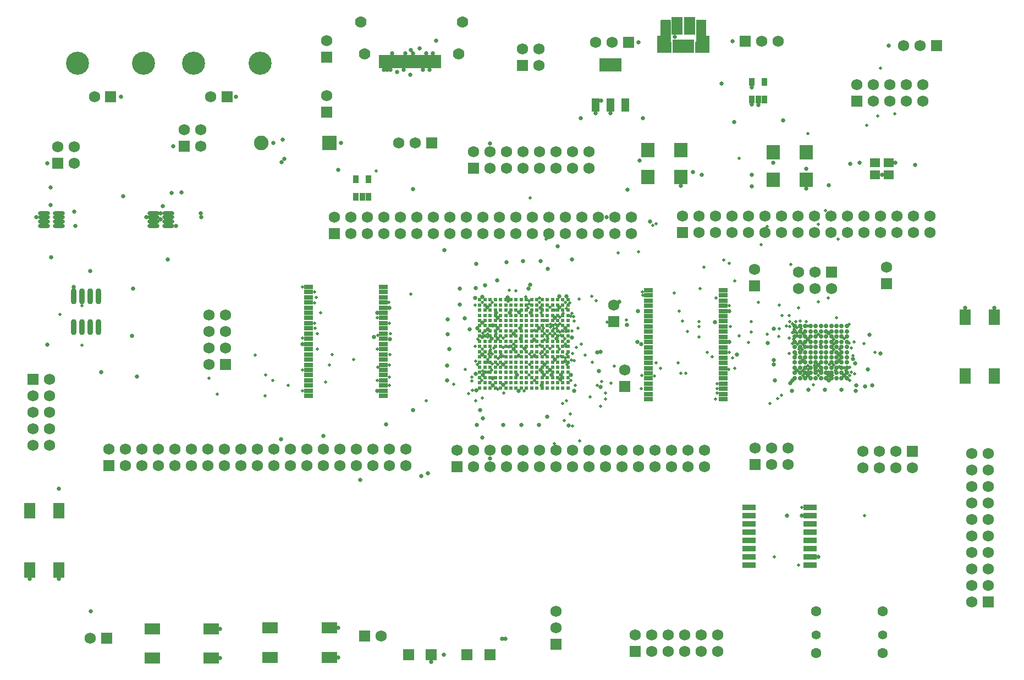
<source format=gts>
G04 Layer_Color=8388736*
%FSLAX44Y44*%
%MOMM*%
G71*
G01*
G75*
%ADD65R,1.6790X2.7540*%
%ADD66R,0.6540X2.0040*%
%ADD67R,1.7540X1.7540*%
%ADD68R,1.6540X2.3540*%
%ADD69R,0.5540X2.1540*%
%ADD70R,1.4540X0.8040*%
%ADD71R,2.3540X1.6540*%
%ADD72C,0.6140*%
%ADD73R,2.1040X0.8540*%
%ADD74C,0.7040*%
%ADD75O,1.8540X0.7040*%
%ADD76O,0.8540X2.4540*%
%ADD77R,2.0540X2.2540*%
%ADD78R,0.8540X1.2540*%
%ADD79R,3.5040X2.0040*%
%ADD80R,1.2540X2.0040*%
%ADD81R,1.5540X1.3540*%
%ADD82O,0.9540X1.4540*%
%ADD83R,2.2540X1.6540*%
%ADD84R,1.7540X1.7540*%
%ADD85C,1.7540*%
%ADD86C,1.7780*%
%ADD87C,3.5540*%
%ADD88C,1.4040*%
%ADD89O,1.5940X1.6040*%
%ADD90R,2.2540X2.2540*%
%ADD91C,2.2540*%
%ADD92C,0.6604*%
%ADD93C,0.5080*%
G36*
X998440Y995808D02*
X998581Y995784D01*
X998718Y995745D01*
X998850Y995690D01*
X998975Y995621D01*
X999091Y995538D01*
X999197Y995443D01*
X999293Y995337D01*
X999375Y995221D01*
X999444Y995096D01*
X999499Y994964D01*
X999538Y994827D01*
X999562Y994686D01*
X999570Y994544D01*
Y963044D01*
X999562Y962902D01*
X999538Y962761D01*
X999499Y962624D01*
X999444Y962492D01*
X999375Y962367D01*
X999293Y962251D01*
X999197Y962145D01*
X999091Y962049D01*
X998975Y961967D01*
X998850Y961898D01*
X998718Y961843D01*
X998581Y961804D01*
X998440Y961780D01*
X998298Y961772D01*
X980048D01*
X979906Y961780D01*
X979765Y961804D01*
X979628Y961843D01*
X979496Y961898D01*
X979371Y961967D01*
X979255Y962049D01*
X979149Y962145D01*
X979053Y962251D01*
X978971Y962367D01*
X978902Y962492D01*
X978847Y962624D01*
X978808Y962761D01*
X978784Y962902D01*
X978776Y963044D01*
Y970044D01*
X978784Y970186D01*
X978808Y970327D01*
X978847Y970464D01*
X978902Y970596D01*
X978971Y970721D01*
X979053Y970837D01*
X979149Y970944D01*
X979255Y971039D01*
X979371Y971121D01*
X979496Y971190D01*
X979628Y971245D01*
X979765Y971284D01*
X979906Y971308D01*
X980048Y971316D01*
X984026D01*
Y994544D01*
X984034Y994686D01*
X984058Y994827D01*
X984097Y994964D01*
X984152Y995096D01*
X984221Y995221D01*
X984304Y995337D01*
X984399Y995443D01*
X984505Y995538D01*
X984621Y995621D01*
X984746Y995690D01*
X984878Y995745D01*
X985015Y995784D01*
X985156Y995808D01*
X985298Y995816D01*
X998298D01*
X998440Y995808D01*
D02*
G37*
G36*
X1052940D02*
X1053081Y995784D01*
X1053218Y995745D01*
X1053350Y995690D01*
X1053475Y995621D01*
X1053591Y995538D01*
X1053698Y995443D01*
X1053792Y995337D01*
X1053875Y995221D01*
X1053944Y995096D01*
X1053999Y994964D01*
X1054038Y994827D01*
X1054062Y994686D01*
X1054070Y994544D01*
Y971316D01*
X1058048D01*
X1058190Y971308D01*
X1058331Y971284D01*
X1058468Y971245D01*
X1058600Y971190D01*
X1058725Y971121D01*
X1058841Y971039D01*
X1058948Y970944D01*
X1059043Y970837D01*
X1059125Y970721D01*
X1059194Y970596D01*
X1059249Y970464D01*
X1059288Y970327D01*
X1059312Y970186D01*
X1059320Y970044D01*
Y963044D01*
X1059312Y962902D01*
X1059288Y962761D01*
X1059249Y962624D01*
X1059194Y962492D01*
X1059125Y962367D01*
X1059043Y962251D01*
X1058948Y962145D01*
X1058841Y962049D01*
X1058725Y961967D01*
X1058600Y961898D01*
X1058468Y961843D01*
X1058331Y961804D01*
X1058190Y961780D01*
X1058048Y961772D01*
X1039798D01*
X1039656Y961780D01*
X1039515Y961804D01*
X1039378Y961843D01*
X1039246Y961898D01*
X1039121Y961967D01*
X1039005Y962049D01*
X1038899Y962145D01*
X1038803Y962251D01*
X1038721Y962367D01*
X1038652Y962492D01*
X1038597Y962624D01*
X1038558Y962761D01*
X1038534Y962902D01*
X1038526Y963044D01*
Y994544D01*
X1038534Y994686D01*
X1038558Y994827D01*
X1038597Y994964D01*
X1038652Y995096D01*
X1038721Y995221D01*
X1038803Y995337D01*
X1038899Y995443D01*
X1039005Y995538D01*
X1039121Y995621D01*
X1039246Y995690D01*
X1039378Y995745D01*
X1039515Y995784D01*
X1039656Y995808D01*
X1039798Y995816D01*
X1052798D01*
X1052940Y995808D01*
D02*
G37*
D65*
X1009423Y986044D02*
D03*
X1028673D02*
D03*
D66*
X1032048Y955294D02*
D03*
X1025548D02*
D03*
X1019048D02*
D03*
X1012548D02*
D03*
X1006048D02*
D03*
D67*
X686050Y17700D02*
D03*
X721050D02*
D03*
X595950Y17900D02*
D03*
X630950D02*
D03*
X1017270Y668020D02*
D03*
X481350Y666250D02*
D03*
X1247140Y607060D02*
D03*
X934720Y961390D02*
D03*
X1408430Y956310D02*
D03*
X1113790Y962660D02*
D03*
X944880Y22860D02*
D03*
X528320Y46990D02*
D03*
X130810Y43180D02*
D03*
X695960Y767080D02*
D03*
X770890Y925830D02*
D03*
X670560Y307340D02*
D03*
X134450Y308650D02*
D03*
X1129030Y311150D02*
D03*
X1371600Y331470D02*
D03*
X631190Y806450D02*
D03*
X55880Y774700D02*
D03*
X250190Y801370D02*
D03*
X1285748Y870712D02*
D03*
D68*
X12700Y239590D02*
D03*
Y148590D02*
D03*
X57700D02*
D03*
Y239590D02*
D03*
X1452880Y538040D02*
D03*
Y447040D02*
D03*
X1497880D02*
D03*
Y538040D02*
D03*
D69*
X558100Y931610D02*
D03*
X553100D02*
D03*
X563100D02*
D03*
X568100D02*
D03*
X573100D02*
D03*
X578100D02*
D03*
X583100D02*
D03*
X588100D02*
D03*
X593100D02*
D03*
X598100D02*
D03*
X603100D02*
D03*
X608100D02*
D03*
X613100D02*
D03*
X618100D02*
D03*
X623100D02*
D03*
X628100D02*
D03*
X633100D02*
D03*
X638100D02*
D03*
X643100D02*
D03*
D70*
X964850Y579300D02*
D03*
Y571300D02*
D03*
Y563300D02*
D03*
Y555300D02*
D03*
Y547300D02*
D03*
Y539300D02*
D03*
Y531300D02*
D03*
Y523300D02*
D03*
Y515300D02*
D03*
Y507300D02*
D03*
Y499300D02*
D03*
Y491300D02*
D03*
Y483300D02*
D03*
Y475300D02*
D03*
Y467300D02*
D03*
Y459300D02*
D03*
Y451300D02*
D03*
Y443300D02*
D03*
Y435300D02*
D03*
Y427300D02*
D03*
Y419300D02*
D03*
Y411300D02*
D03*
X1079850Y579300D02*
D03*
Y571300D02*
D03*
Y563300D02*
D03*
Y555300D02*
D03*
Y547300D02*
D03*
Y539300D02*
D03*
Y531300D02*
D03*
Y523300D02*
D03*
Y515300D02*
D03*
Y507300D02*
D03*
Y499300D02*
D03*
Y491300D02*
D03*
Y483300D02*
D03*
Y475300D02*
D03*
Y467300D02*
D03*
Y459300D02*
D03*
Y451300D02*
D03*
Y443300D02*
D03*
Y435300D02*
D03*
Y427300D02*
D03*
Y419300D02*
D03*
Y411300D02*
D03*
X441610Y584380D02*
D03*
Y576380D02*
D03*
Y568380D02*
D03*
Y560380D02*
D03*
Y552380D02*
D03*
Y544380D02*
D03*
Y536380D02*
D03*
Y528380D02*
D03*
Y520380D02*
D03*
Y512380D02*
D03*
Y504380D02*
D03*
Y496380D02*
D03*
Y488380D02*
D03*
Y480380D02*
D03*
Y472380D02*
D03*
Y464380D02*
D03*
Y456380D02*
D03*
Y448380D02*
D03*
Y440380D02*
D03*
Y432380D02*
D03*
Y424380D02*
D03*
Y416380D02*
D03*
X556610Y584380D02*
D03*
Y576380D02*
D03*
Y568380D02*
D03*
Y560380D02*
D03*
Y552380D02*
D03*
Y544380D02*
D03*
Y536380D02*
D03*
Y528380D02*
D03*
Y520380D02*
D03*
Y512380D02*
D03*
Y504380D02*
D03*
Y496380D02*
D03*
Y488380D02*
D03*
Y480380D02*
D03*
Y472380D02*
D03*
Y464380D02*
D03*
Y456380D02*
D03*
Y448380D02*
D03*
Y440380D02*
D03*
Y432380D02*
D03*
Y424380D02*
D03*
Y416380D02*
D03*
D71*
X382710Y13970D02*
D03*
X473710D02*
D03*
Y58970D02*
D03*
X382710D02*
D03*
X201100Y12700D02*
D03*
X292100D02*
D03*
Y57700D02*
D03*
X201100D02*
D03*
D72*
X841430Y428570D02*
D03*
X833430D02*
D03*
X825430D02*
D03*
X817430D02*
D03*
X809430D02*
D03*
X801430D02*
D03*
X793430D02*
D03*
X785430D02*
D03*
X777430D02*
D03*
X769430D02*
D03*
X761430D02*
D03*
X753430D02*
D03*
X745430D02*
D03*
X737430D02*
D03*
X729430D02*
D03*
X721430D02*
D03*
X713430D02*
D03*
X705430D02*
D03*
X841430Y436570D02*
D03*
X833430D02*
D03*
X825430D02*
D03*
X817430D02*
D03*
X809430D02*
D03*
X801430D02*
D03*
X793430D02*
D03*
X785430D02*
D03*
X777430D02*
D03*
X769430D02*
D03*
X761430D02*
D03*
X753430D02*
D03*
X745430D02*
D03*
X737430D02*
D03*
X729430D02*
D03*
X721430D02*
D03*
X713430D02*
D03*
X705430D02*
D03*
X841430Y444570D02*
D03*
X833430D02*
D03*
X825430D02*
D03*
X817430D02*
D03*
X809430D02*
D03*
X801430D02*
D03*
X793430D02*
D03*
X785430D02*
D03*
X777430D02*
D03*
X769430D02*
D03*
X761430D02*
D03*
X753430D02*
D03*
X745430D02*
D03*
X737430D02*
D03*
X729430D02*
D03*
X721430D02*
D03*
X713430D02*
D03*
X705430D02*
D03*
X841430Y452570D02*
D03*
X833430D02*
D03*
X825430D02*
D03*
X817430D02*
D03*
X809430D02*
D03*
X801430D02*
D03*
X793430D02*
D03*
X785430D02*
D03*
X777430D02*
D03*
X769430D02*
D03*
X761430D02*
D03*
X753430D02*
D03*
X745430D02*
D03*
X737430D02*
D03*
X729430D02*
D03*
X721430D02*
D03*
X713430D02*
D03*
X705430D02*
D03*
X841430Y460570D02*
D03*
X833430D02*
D03*
X825430D02*
D03*
X817430D02*
D03*
X809430D02*
D03*
X801430D02*
D03*
X793430D02*
D03*
X785430D02*
D03*
X777430D02*
D03*
X769430D02*
D03*
X761430D02*
D03*
X753430D02*
D03*
X745430D02*
D03*
X737430D02*
D03*
X729430D02*
D03*
X721430D02*
D03*
X713430D02*
D03*
X705430D02*
D03*
X841430Y468570D02*
D03*
X833430D02*
D03*
X825430D02*
D03*
X817430D02*
D03*
X809430D02*
D03*
X801430D02*
D03*
X793430D02*
D03*
X785430D02*
D03*
X777430D02*
D03*
X769430D02*
D03*
X761430D02*
D03*
X753430D02*
D03*
X745430D02*
D03*
X737430D02*
D03*
X729430D02*
D03*
X721430D02*
D03*
X713430D02*
D03*
X705430D02*
D03*
X841430Y476570D02*
D03*
X833430D02*
D03*
X825430D02*
D03*
X817430D02*
D03*
X809430D02*
D03*
X801430D02*
D03*
X793430D02*
D03*
X785430D02*
D03*
X777430D02*
D03*
X769430D02*
D03*
X761430D02*
D03*
X753430D02*
D03*
X745430D02*
D03*
X737430D02*
D03*
X729430D02*
D03*
X721430D02*
D03*
X713430D02*
D03*
X705430D02*
D03*
X841430Y484570D02*
D03*
X833430D02*
D03*
X825430D02*
D03*
X817430D02*
D03*
X809430D02*
D03*
X801430D02*
D03*
X793430D02*
D03*
X785430D02*
D03*
X777430D02*
D03*
X769430D02*
D03*
X761430D02*
D03*
X753430D02*
D03*
X745430D02*
D03*
X737430D02*
D03*
X729430D02*
D03*
X721430D02*
D03*
X713430D02*
D03*
X705430D02*
D03*
X841430Y492570D02*
D03*
X833430D02*
D03*
X825430D02*
D03*
X817430D02*
D03*
X809430D02*
D03*
X801430D02*
D03*
X793430D02*
D03*
X785430D02*
D03*
X777430D02*
D03*
X769430D02*
D03*
X761430D02*
D03*
X753430D02*
D03*
X745430D02*
D03*
X737430D02*
D03*
X729430D02*
D03*
X721430D02*
D03*
X713430D02*
D03*
X705430D02*
D03*
X841430Y500570D02*
D03*
X833430D02*
D03*
X825430D02*
D03*
X817430D02*
D03*
X809430D02*
D03*
X801430D02*
D03*
X793430D02*
D03*
X785430D02*
D03*
X777430D02*
D03*
X769430D02*
D03*
X761430D02*
D03*
X753430D02*
D03*
X745430D02*
D03*
X737430D02*
D03*
X729430D02*
D03*
X721430D02*
D03*
X713430D02*
D03*
X705430D02*
D03*
X841430Y508570D02*
D03*
X833430D02*
D03*
X825430D02*
D03*
X817430D02*
D03*
X809430D02*
D03*
X801430D02*
D03*
X793430D02*
D03*
X785430D02*
D03*
X777430D02*
D03*
X769430D02*
D03*
X761430D02*
D03*
X753430D02*
D03*
X745430D02*
D03*
X737430D02*
D03*
X729430D02*
D03*
X721430D02*
D03*
X713430D02*
D03*
X705430D02*
D03*
X841430Y516570D02*
D03*
X833430D02*
D03*
X825430D02*
D03*
X817430D02*
D03*
X809430D02*
D03*
X801430D02*
D03*
X793430D02*
D03*
X785430D02*
D03*
X777430D02*
D03*
X769430D02*
D03*
X761430D02*
D03*
X753430D02*
D03*
X745430D02*
D03*
X737430D02*
D03*
X729430D02*
D03*
X721430D02*
D03*
X713430D02*
D03*
X705430D02*
D03*
X841430Y524570D02*
D03*
X833430D02*
D03*
X825430D02*
D03*
X817430D02*
D03*
X809430D02*
D03*
X801430D02*
D03*
X793430D02*
D03*
X785430D02*
D03*
X777430D02*
D03*
X769430D02*
D03*
X761430D02*
D03*
X753430D02*
D03*
X745430D02*
D03*
X737430D02*
D03*
X729430D02*
D03*
X721430D02*
D03*
X713430D02*
D03*
X705430D02*
D03*
X841430Y532570D02*
D03*
X833430D02*
D03*
X825430D02*
D03*
X817430D02*
D03*
X809430D02*
D03*
X801430D02*
D03*
X793430D02*
D03*
X785430D02*
D03*
X777430D02*
D03*
X769430D02*
D03*
X761430D02*
D03*
X753430D02*
D03*
X745430D02*
D03*
X737430D02*
D03*
X729430D02*
D03*
X721430D02*
D03*
X713430D02*
D03*
X705430D02*
D03*
X841430Y540570D02*
D03*
X833430D02*
D03*
X825430D02*
D03*
X817430D02*
D03*
X809430D02*
D03*
X801430D02*
D03*
X793430D02*
D03*
X785430D02*
D03*
X777430D02*
D03*
X769430D02*
D03*
X761430D02*
D03*
X753430D02*
D03*
X745430D02*
D03*
X737430D02*
D03*
X729430D02*
D03*
X721430D02*
D03*
X713430D02*
D03*
X705430D02*
D03*
X841430Y548570D02*
D03*
X833430D02*
D03*
X825430D02*
D03*
X817430D02*
D03*
X809430D02*
D03*
X801430D02*
D03*
X793430D02*
D03*
X785430D02*
D03*
X777430D02*
D03*
X769430D02*
D03*
X761430D02*
D03*
X753430D02*
D03*
X745430D02*
D03*
X737430D02*
D03*
X729430D02*
D03*
X721430D02*
D03*
X713430D02*
D03*
X705430D02*
D03*
X841430Y556570D02*
D03*
X833430D02*
D03*
X825430D02*
D03*
X817430D02*
D03*
X809430D02*
D03*
X801430D02*
D03*
X793430D02*
D03*
X785430D02*
D03*
X777430D02*
D03*
X769430D02*
D03*
X761430D02*
D03*
X753430D02*
D03*
X745430D02*
D03*
X737430D02*
D03*
X729430D02*
D03*
X721430D02*
D03*
X713430D02*
D03*
X705430D02*
D03*
X841430Y564570D02*
D03*
X833430D02*
D03*
X825430D02*
D03*
X817430D02*
D03*
X809430D02*
D03*
X801430D02*
D03*
X793430D02*
D03*
X785430D02*
D03*
X777430D02*
D03*
X769430D02*
D03*
X761430D02*
D03*
X753430D02*
D03*
X745430D02*
D03*
X737430D02*
D03*
X729430D02*
D03*
X721430D02*
D03*
X713430D02*
D03*
X705430D02*
D03*
D73*
X1213880Y156210D02*
D03*
Y168910D02*
D03*
Y181610D02*
D03*
Y194310D02*
D03*
Y207010D02*
D03*
Y219710D02*
D03*
Y232410D02*
D03*
Y245110D02*
D03*
X1120380Y156210D02*
D03*
Y168910D02*
D03*
Y181610D02*
D03*
Y194310D02*
D03*
Y207010D02*
D03*
Y219710D02*
D03*
Y232410D02*
D03*
Y245110D02*
D03*
D74*
X1190630Y523870D02*
D03*
X1198630D02*
D03*
X1206630D02*
D03*
X1214630D02*
D03*
X1222630D02*
D03*
X1230630D02*
D03*
X1238630D02*
D03*
X1246630D02*
D03*
X1254630D02*
D03*
X1262630D02*
D03*
X1270630D02*
D03*
X1190630Y515870D02*
D03*
X1198630D02*
D03*
X1206630D02*
D03*
X1214630D02*
D03*
X1222630D02*
D03*
X1230630D02*
D03*
X1238630D02*
D03*
X1246630D02*
D03*
X1254630D02*
D03*
X1262630D02*
D03*
X1270630D02*
D03*
X1190630Y507870D02*
D03*
X1198630D02*
D03*
X1206630D02*
D03*
X1214630D02*
D03*
X1222630D02*
D03*
X1230630D02*
D03*
X1238630D02*
D03*
X1246630D02*
D03*
X1254630D02*
D03*
X1262630D02*
D03*
X1270630D02*
D03*
X1190630Y499870D02*
D03*
X1198630D02*
D03*
X1206630D02*
D03*
X1214630D02*
D03*
X1222630D02*
D03*
X1230630D02*
D03*
X1238630D02*
D03*
X1246630D02*
D03*
X1254630D02*
D03*
X1262630D02*
D03*
X1270630D02*
D03*
X1190630Y491870D02*
D03*
X1198630D02*
D03*
X1206630D02*
D03*
X1214630D02*
D03*
X1222630D02*
D03*
X1230630D02*
D03*
X1238630D02*
D03*
X1246630D02*
D03*
X1254630D02*
D03*
X1262630D02*
D03*
X1270630D02*
D03*
X1190630Y483870D02*
D03*
X1198630D02*
D03*
X1206630D02*
D03*
X1214630D02*
D03*
X1222630D02*
D03*
X1230630D02*
D03*
X1238630D02*
D03*
X1246630D02*
D03*
X1254630D02*
D03*
X1262630D02*
D03*
X1270630D02*
D03*
X1190630Y475870D02*
D03*
X1198630D02*
D03*
X1206630D02*
D03*
X1214630D02*
D03*
X1222630D02*
D03*
X1230630D02*
D03*
X1238630D02*
D03*
X1246630D02*
D03*
X1254630D02*
D03*
X1262630D02*
D03*
X1270630D02*
D03*
X1190630Y467870D02*
D03*
X1198630D02*
D03*
X1206630D02*
D03*
X1214630D02*
D03*
X1222630D02*
D03*
X1230630D02*
D03*
X1238630D02*
D03*
X1246630D02*
D03*
X1254630D02*
D03*
X1262630D02*
D03*
X1270630D02*
D03*
X1190630Y459870D02*
D03*
X1198630D02*
D03*
X1206630D02*
D03*
X1214630D02*
D03*
X1222630D02*
D03*
X1230630D02*
D03*
X1238630D02*
D03*
X1246630D02*
D03*
X1254630D02*
D03*
X1262630D02*
D03*
X1270630D02*
D03*
X1190630Y451870D02*
D03*
X1198630D02*
D03*
X1206630D02*
D03*
X1214630D02*
D03*
X1222630D02*
D03*
X1230630D02*
D03*
X1238630D02*
D03*
X1246630D02*
D03*
X1254630D02*
D03*
X1262630D02*
D03*
X1270630D02*
D03*
X1190630Y443870D02*
D03*
X1198630D02*
D03*
X1206630D02*
D03*
X1214630D02*
D03*
X1222630D02*
D03*
X1230630D02*
D03*
X1238630D02*
D03*
X1246630D02*
D03*
X1254630D02*
D03*
X1262630D02*
D03*
X1270630D02*
D03*
D75*
X57220Y678590D02*
D03*
Y685090D02*
D03*
Y691590D02*
D03*
Y698090D02*
D03*
X34220Y678590D02*
D03*
Y685090D02*
D03*
Y691590D02*
D03*
Y698090D02*
D03*
X226130Y678590D02*
D03*
Y685090D02*
D03*
Y691590D02*
D03*
Y698090D02*
D03*
X203130Y678590D02*
D03*
Y685090D02*
D03*
Y691590D02*
D03*
Y698090D02*
D03*
D76*
X80010Y522100D02*
D03*
X92710D02*
D03*
X105410D02*
D03*
X118110D02*
D03*
X80010Y570100D02*
D03*
X92710D02*
D03*
X105410D02*
D03*
X118110D02*
D03*
D77*
X964545Y795151D02*
D03*
X1015345D02*
D03*
Y753151D02*
D03*
X964545D02*
D03*
X1157585Y749341D02*
D03*
X1208385D02*
D03*
Y791341D02*
D03*
X1157585D02*
D03*
D78*
X1124610Y899960D02*
D03*
X1143610D02*
D03*
Y872960D02*
D03*
X1134110D02*
D03*
X1124610D02*
D03*
X515010Y750350D02*
D03*
X534010D02*
D03*
Y722850D02*
D03*
X524510D02*
D03*
X515010D02*
D03*
D79*
X906780Y926600D02*
D03*
D80*
X929780Y864100D02*
D03*
X906780D02*
D03*
X883780D02*
D03*
D81*
X1313795Y756961D02*
D03*
X1334795D02*
D03*
Y775961D02*
D03*
X1313795D02*
D03*
D82*
X991798Y983844D02*
D03*
X1046298Y983844D02*
D03*
D83*
X1048048Y953544D02*
D03*
X990048Y953544D02*
D03*
D84*
X928985Y430571D02*
D03*
X18100Y442100D02*
D03*
X1488440Y99060D02*
D03*
X137160Y877570D02*
D03*
X316230D02*
D03*
X469900Y853440D02*
D03*
Y938530D02*
D03*
X313690Y464820D02*
D03*
X1128375Y585511D02*
D03*
X1331575Y589321D02*
D03*
X911860Y530860D02*
D03*
X822960Y34290D02*
D03*
D85*
X928985Y455971D02*
D03*
X43500Y340500D02*
D03*
X18100D02*
D03*
X43500Y365900D02*
D03*
X18100D02*
D03*
X43500Y391300D02*
D03*
X18100D02*
D03*
X43500Y416700D02*
D03*
X18100D02*
D03*
X43500Y442100D02*
D03*
X1463040Y99060D02*
D03*
X1488440Y124460D02*
D03*
X1463040D02*
D03*
X1488440Y149860D02*
D03*
X1463040D02*
D03*
X1488440Y175260D02*
D03*
X1463040D02*
D03*
X1488440Y200660D02*
D03*
X1463040D02*
D03*
X1488440Y226060D02*
D03*
X1463040D02*
D03*
X1488440Y251460D02*
D03*
X1463040D02*
D03*
X1488440Y276860D02*
D03*
X1463040D02*
D03*
X1488440Y302260D02*
D03*
X1463040D02*
D03*
X1488440Y327660D02*
D03*
X1463040D02*
D03*
X112160Y877570D02*
D03*
X291230D02*
D03*
X1398270Y693420D02*
D03*
Y668020D02*
D03*
X1372870Y693420D02*
D03*
Y668020D02*
D03*
X1347470Y693420D02*
D03*
Y668020D02*
D03*
X1322070Y693420D02*
D03*
Y668020D02*
D03*
X1296670Y693420D02*
D03*
Y668020D02*
D03*
X1271270Y693420D02*
D03*
Y668020D02*
D03*
X1245870Y693420D02*
D03*
Y668020D02*
D03*
X1220470Y693420D02*
D03*
Y668020D02*
D03*
X1195070Y693420D02*
D03*
Y668020D02*
D03*
X1169670Y693420D02*
D03*
Y668020D02*
D03*
X1144270Y693420D02*
D03*
Y668020D02*
D03*
X1118870Y693420D02*
D03*
Y668020D02*
D03*
X1093470Y693420D02*
D03*
Y668020D02*
D03*
X1068070Y693420D02*
D03*
Y668020D02*
D03*
X1042670Y693420D02*
D03*
Y668020D02*
D03*
X1017270Y693420D02*
D03*
X938550Y691650D02*
D03*
Y666250D02*
D03*
X913150Y691650D02*
D03*
Y666250D02*
D03*
X887750Y691650D02*
D03*
Y666250D02*
D03*
X862350Y691650D02*
D03*
Y666250D02*
D03*
X836950Y691650D02*
D03*
Y666250D02*
D03*
X811550Y691650D02*
D03*
Y666250D02*
D03*
X786150Y691650D02*
D03*
Y666250D02*
D03*
X760750Y691650D02*
D03*
Y666250D02*
D03*
X735350Y691650D02*
D03*
Y666250D02*
D03*
X709950Y691650D02*
D03*
Y666250D02*
D03*
X684550Y691650D02*
D03*
Y666250D02*
D03*
X659150Y691650D02*
D03*
Y666250D02*
D03*
X633750Y691650D02*
D03*
Y666250D02*
D03*
X608350Y691650D02*
D03*
Y666250D02*
D03*
X582950Y691650D02*
D03*
Y666250D02*
D03*
X557550Y691650D02*
D03*
Y666250D02*
D03*
X532150Y691650D02*
D03*
Y666250D02*
D03*
X506750Y691650D02*
D03*
Y666250D02*
D03*
X481350Y691650D02*
D03*
X1247140Y581660D02*
D03*
X1221740Y607060D02*
D03*
Y581660D02*
D03*
X1196340Y607060D02*
D03*
Y581660D02*
D03*
X909320Y961390D02*
D03*
X883920D02*
D03*
X1383030Y956310D02*
D03*
X1357630D02*
D03*
X1139190Y962660D02*
D03*
X1164590D02*
D03*
X1071880Y48260D02*
D03*
Y22860D02*
D03*
X1046480Y48260D02*
D03*
Y22860D02*
D03*
X1021080Y48260D02*
D03*
Y22860D02*
D03*
X995680Y48260D02*
D03*
Y22860D02*
D03*
X970280Y48260D02*
D03*
Y22860D02*
D03*
X944880Y48260D02*
D03*
X553720Y46990D02*
D03*
X105410Y43180D02*
D03*
X695960Y792480D02*
D03*
X721360Y767080D02*
D03*
Y792480D02*
D03*
X746760Y767080D02*
D03*
Y792480D02*
D03*
X772160Y767080D02*
D03*
Y792480D02*
D03*
X797560Y767080D02*
D03*
Y792480D02*
D03*
X822960Y767080D02*
D03*
Y792480D02*
D03*
X848360Y767080D02*
D03*
Y792480D02*
D03*
X873760Y767080D02*
D03*
Y792480D02*
D03*
X469900Y878840D02*
D03*
X796290Y951230D02*
D03*
Y925830D02*
D03*
X770890Y951230D02*
D03*
X469900Y963930D02*
D03*
X1051560Y332740D02*
D03*
Y307340D02*
D03*
X1026160Y332740D02*
D03*
Y307340D02*
D03*
X1000760Y332740D02*
D03*
Y307340D02*
D03*
X975360Y332740D02*
D03*
Y307340D02*
D03*
X949960Y332740D02*
D03*
Y307340D02*
D03*
X924560Y332740D02*
D03*
Y307340D02*
D03*
X899160Y332740D02*
D03*
Y307340D02*
D03*
X873760Y332740D02*
D03*
Y307340D02*
D03*
X848360Y332740D02*
D03*
Y307340D02*
D03*
X822960Y332740D02*
D03*
Y307340D02*
D03*
X797560Y332740D02*
D03*
Y307340D02*
D03*
X772160Y332740D02*
D03*
Y307340D02*
D03*
X746760Y332740D02*
D03*
Y307340D02*
D03*
X721360Y332740D02*
D03*
Y307340D02*
D03*
X695960Y332740D02*
D03*
Y307340D02*
D03*
X670560Y332740D02*
D03*
X591650Y334050D02*
D03*
Y308650D02*
D03*
X566250Y334050D02*
D03*
Y308650D02*
D03*
X540850Y334050D02*
D03*
Y308650D02*
D03*
X515450Y334050D02*
D03*
Y308650D02*
D03*
X490050Y334050D02*
D03*
Y308650D02*
D03*
X464650Y334050D02*
D03*
Y308650D02*
D03*
X439250Y334050D02*
D03*
Y308650D02*
D03*
X413850Y334050D02*
D03*
Y308650D02*
D03*
X388450Y334050D02*
D03*
Y308650D02*
D03*
X363050Y334050D02*
D03*
Y308650D02*
D03*
X337650Y334050D02*
D03*
Y308650D02*
D03*
X312250Y334050D02*
D03*
Y308650D02*
D03*
X286850Y334050D02*
D03*
Y308650D02*
D03*
X261450Y334050D02*
D03*
Y308650D02*
D03*
X236050Y334050D02*
D03*
Y308650D02*
D03*
X210650Y334050D02*
D03*
Y308650D02*
D03*
X185250Y334050D02*
D03*
Y308650D02*
D03*
X159850Y334050D02*
D03*
Y308650D02*
D03*
X134450Y334050D02*
D03*
X1129030Y336550D02*
D03*
X1154430Y311150D02*
D03*
Y336550D02*
D03*
X1179830Y311150D02*
D03*
Y336550D02*
D03*
X1295400Y306070D02*
D03*
Y331470D02*
D03*
X1320800Y306070D02*
D03*
Y331470D02*
D03*
X1346200Y306070D02*
D03*
Y331470D02*
D03*
X1371600Y306070D02*
D03*
X288290Y541020D02*
D03*
X313690D02*
D03*
X288290Y515620D02*
D03*
X313690D02*
D03*
X288290Y490220D02*
D03*
X313690D02*
D03*
X288290Y464820D02*
D03*
X580390Y806450D02*
D03*
X605790D02*
D03*
X1128375Y610911D02*
D03*
X1331575Y614721D02*
D03*
X911860Y556260D02*
D03*
X822960Y85090D02*
D03*
Y59690D02*
D03*
X55880Y800100D02*
D03*
X81280Y774700D02*
D03*
Y800100D02*
D03*
X250190Y826770D02*
D03*
X275590Y801370D02*
D03*
Y826770D02*
D03*
X1285748Y896112D02*
D03*
X1311148Y870712D02*
D03*
Y896112D02*
D03*
X1336548Y870712D02*
D03*
Y896112D02*
D03*
X1361948Y870712D02*
D03*
Y896112D02*
D03*
X1387348Y870712D02*
D03*
Y896112D02*
D03*
D86*
X673100Y943610D02*
D03*
X528100D02*
D03*
X679100Y992610D02*
D03*
X522100D02*
D03*
D87*
X188160Y928570D02*
D03*
X86160D02*
D03*
X367230D02*
D03*
X265230D02*
D03*
D88*
X1326010Y48090D02*
D03*
X1223010D02*
D03*
D89*
X1326010Y85090D02*
D03*
Y20090D02*
D03*
X1223010D02*
D03*
Y85090D02*
D03*
D90*
X473940Y806450D02*
D03*
D91*
X369340D02*
D03*
D92*
X1006094Y969264D02*
D03*
X709676Y479806D02*
D03*
X796544Y520700D02*
D03*
X709422Y569214D02*
D03*
X724154Y504952D02*
D03*
X767588Y520700D02*
D03*
X709422Y528828D02*
D03*
X741680Y465074D02*
D03*
X799338Y456692D02*
D03*
X566928Y503428D02*
D03*
X953770Y496316D02*
D03*
X213868Y697992D02*
D03*
X106680Y85090D02*
D03*
X701548Y520700D02*
D03*
X751840Y544830D02*
D03*
X768858Y504698D02*
D03*
X780542Y581914D02*
D03*
X837438Y469900D02*
D03*
X542798Y506984D02*
D03*
X891032Y430022D02*
D03*
X599700Y948800D02*
D03*
X625856Y296926D02*
D03*
X721360Y320040D02*
D03*
X547370Y424380D02*
D03*
X1124610Y891540D02*
D03*
X1077468Y897890D02*
D03*
X906780Y852170D02*
D03*
X1178052Y232410D02*
D03*
X709168Y506984D02*
D03*
X237490Y678590D02*
D03*
X1283462Y466598D02*
D03*
X701040Y372088D02*
D03*
X568100Y918718D02*
D03*
X578100Y915670D02*
D03*
X709422Y352298D02*
D03*
X828024Y569976D02*
D03*
X705612Y394716D02*
D03*
X900430Y691642D02*
D03*
X57700Y273812D02*
D03*
X638100Y963930D02*
D03*
X949395Y547300D02*
D03*
X721408Y805434D02*
D03*
X1280160Y472948D02*
D03*
X275590Y698090D02*
D03*
X651002Y640588D02*
D03*
X1193546Y455930D02*
D03*
X829430Y441840D02*
D03*
X717550Y519176D02*
D03*
X178054Y446024D02*
D03*
X710038Y381890D02*
D03*
X748030Y568452D02*
D03*
X1285494Y432816D02*
D03*
X1186688Y439928D02*
D03*
X967232Y685292D02*
D03*
X1033526Y761530D02*
D03*
X570560Y944412D02*
D03*
X628142Y918718D02*
D03*
X623100Y944372D02*
D03*
X613156Y951992D02*
D03*
X821430Y536570D02*
D03*
X821436Y472564D02*
D03*
X813308Y456692D02*
D03*
X563100Y918718D02*
D03*
X598100Y911352D02*
D03*
X83156Y678590D02*
D03*
X713430Y586994D02*
D03*
X105410Y608440D02*
D03*
X1124566Y757159D02*
D03*
X561594Y372872D02*
D03*
X276352Y691590D02*
D03*
X741680Y372088D02*
D03*
X521208Y286766D02*
D03*
X487680Y764540D02*
D03*
X810368Y612520D02*
D03*
X725424Y432562D02*
D03*
X801240Y432570D02*
D03*
X1242630Y513140D02*
D03*
X837430Y520570D02*
D03*
X842010Y370818D02*
D03*
X740030Y42418D02*
D03*
X745110Y42544D02*
D03*
X765684Y478030D02*
D03*
X850510Y424570D02*
D03*
X891650Y483958D02*
D03*
X1202630Y470600D02*
D03*
X733430Y536570D02*
D03*
X1258630Y470600D02*
D03*
X749430Y563110D02*
D03*
X464650Y355120D02*
D03*
X658750Y488842D02*
D03*
X725430Y443490D02*
D03*
X733430Y504570D02*
D03*
X1157585Y775970D02*
D03*
X1124610Y864980D02*
D03*
X1208385Y765961D02*
D03*
X951186Y779272D02*
D03*
X1299100Y430618D02*
D03*
X649860Y17700D02*
D03*
X1290066Y775961D02*
D03*
X830700Y448570D02*
D03*
X1345485Y775961D02*
D03*
X892302Y871330D02*
D03*
X1309370Y433070D02*
D03*
X741430Y433840D02*
D03*
X789430Y478030D02*
D03*
X1262380Y425472D02*
D03*
X815970Y448570D02*
D03*
X762890D02*
D03*
X828160Y552570D02*
D03*
X730890Y544570D02*
D03*
X81534Y700024D02*
D03*
X156210Y723646D02*
D03*
X44958Y737870D02*
D03*
X231140Y729234D02*
D03*
X402336Y810768D02*
D03*
X12700Y134788D02*
D03*
X57700D02*
D03*
X305902Y12700D02*
D03*
Y57700D02*
D03*
X487512Y13970D02*
D03*
Y58970D02*
D03*
X123070Y453248D02*
D03*
X39370Y495278D02*
D03*
X170180Y509248D02*
D03*
X80010Y584402D02*
D03*
X171450Y581638D02*
D03*
X45720Y629942D02*
D03*
X630950Y7098D02*
D03*
X224790Y626132D02*
D03*
X432308Y496380D02*
D03*
X22918Y691590D02*
D03*
X191828D02*
D03*
X547308Y544380D02*
D03*
X565912Y552380D02*
D03*
X655210Y440602D02*
D03*
Y463462D02*
D03*
X656480Y511722D02*
D03*
Y534582D02*
D03*
X769620Y372088D02*
D03*
X674480Y557442D02*
D03*
X796290Y372088D02*
D03*
X674480Y581572D02*
D03*
X733430Y520570D02*
D03*
X809098Y384430D02*
D03*
X717430Y552570D02*
D03*
X757430Y488570D02*
D03*
Y512570D02*
D03*
X805430Y464570D02*
D03*
X699770Y619782D02*
D03*
X732682Y593980D02*
D03*
X845430Y448570D02*
D03*
X746760Y622322D02*
D03*
X772160Y623592D02*
D03*
X889110Y454572D02*
D03*
X798830Y623592D02*
D03*
X847090Y626132D02*
D03*
X558100Y918808D02*
D03*
X588100D02*
D03*
X603100Y944412D02*
D03*
X618100Y918808D02*
D03*
X633100Y944412D02*
D03*
X1089152Y499300D02*
D03*
X932796Y734079D02*
D03*
X1089152Y547300D02*
D03*
X861060Y844528D02*
D03*
X1226432Y168910D02*
D03*
X1159620Y440602D02*
D03*
X883780Y852048D02*
D03*
X1158350Y464732D02*
D03*
Y471258D02*
D03*
X1186180Y424202D02*
D03*
X1015345Y739849D02*
D03*
X1158350Y519518D02*
D03*
X1211580Y425472D02*
D03*
X956310Y844528D02*
D03*
X1210630Y447870D02*
D03*
X1047095Y757159D02*
D03*
X1236980Y425472D02*
D03*
X1210630Y503870D02*
D03*
X1242630Y439870D02*
D03*
X1226630Y463870D02*
D03*
X1242630Y447870D02*
D03*
X1266630D02*
D03*
X1258630Y479870D02*
D03*
X1283970Y424202D02*
D03*
X1124566Y739159D02*
D03*
X1302910Y457288D02*
D03*
X1097280Y838178D02*
D03*
X1305450Y510628D02*
D03*
X1322180Y481418D02*
D03*
X1208385Y736039D02*
D03*
X1134110Y864658D02*
D03*
X1172210Y840718D02*
D03*
X1242676Y740429D02*
D03*
X1275695Y773493D02*
D03*
X1324993Y756961D02*
D03*
X1452880Y551842D02*
D03*
X1376025Y772223D02*
D03*
X1497880Y551842D02*
D03*
X804050Y448694D02*
D03*
X765300Y424450D02*
D03*
X765950Y545090D02*
D03*
X698754Y567436D02*
D03*
X699516Y582930D02*
D03*
X725424Y524764D02*
D03*
X774446Y489458D02*
D03*
X788856Y503174D02*
D03*
X783590Y544830D02*
D03*
X798830Y552450D02*
D03*
X886714Y483616D02*
D03*
X710440Y448564D02*
D03*
X699262Y450850D02*
D03*
X700024Y425450D02*
D03*
X838962Y569722D02*
D03*
X932180Y525780D02*
D03*
X1101090Y479806D02*
D03*
X1148588Y498094D02*
D03*
X602742Y394462D02*
D03*
X399288Y349504D02*
D03*
X615442Y293116D02*
D03*
X847598Y506730D02*
D03*
X947928Y499364D02*
D03*
X920496Y561340D02*
D03*
X1183386Y436372D02*
D03*
X1067816Y530352D02*
D03*
X1201166Y232410D02*
D03*
X400304Y776732D02*
D03*
X404368Y781304D02*
D03*
X387858Y806450D02*
D03*
X330454Y877316D02*
D03*
X152908D02*
D03*
X39878Y774700D02*
D03*
X233680Y801370D02*
D03*
X491998Y806450D02*
D03*
X590550Y944372D02*
D03*
X783082Y587248D02*
D03*
X689864Y518922D02*
D03*
X949706Y961390D02*
D03*
X1094740Y962660D02*
D03*
X1335278Y956310D02*
D03*
X245872Y729742D02*
D03*
X44958Y710184D02*
D03*
X602996Y735076D02*
D03*
X825754Y647192D02*
D03*
X214376Y688340D02*
D03*
X217424Y708406D02*
D03*
X823970Y504570D02*
D03*
X682244Y536194D02*
D03*
D93*
X1163828Y411988D02*
D03*
X694436Y425196D02*
D03*
X846836Y471678D02*
D03*
X824106Y520954D02*
D03*
X819150Y519684D02*
D03*
X956818Y571246D02*
D03*
X972058Y678942D02*
D03*
X1248664Y447802D02*
D03*
X837438Y474980D02*
D03*
X1211834Y457454D02*
D03*
X1242568Y452945D02*
D03*
X717296Y467868D02*
D03*
X1189228Y519430D02*
D03*
X567628Y512380D02*
D03*
X1070610Y420878D02*
D03*
X1274572Y439928D02*
D03*
X717550Y506970D02*
D03*
X1147699Y511810D02*
D03*
X886460Y433070D02*
D03*
X547370Y536448D02*
D03*
X565912Y528320D02*
D03*
X567182Y480314D02*
D03*
X565912Y464380D02*
D03*
X478470Y480380D02*
D03*
X452120Y520380D02*
D03*
X450850Y528380D02*
D03*
X565912Y432380D02*
D03*
X410580D02*
D03*
X453390Y568380D02*
D03*
X599468Y573532D02*
D03*
X1202690Y447802D02*
D03*
X858700Y565840D02*
D03*
X1134495Y560380D02*
D03*
X1243963Y465203D02*
D03*
X807466Y658114D02*
D03*
X1260094Y488950D02*
D03*
X810514Y504698D02*
D03*
X805430Y532892D02*
D03*
X805434Y488696D02*
D03*
X805430Y512570D02*
D03*
X1202630Y511870D02*
D03*
X856742Y520446D02*
D03*
X837438Y496570D02*
D03*
X1194562Y495808D02*
D03*
X839470Y464566D02*
D03*
X1226566Y561086D02*
D03*
X717550Y452628D02*
D03*
X288798Y443484D02*
D03*
X741430Y477774D02*
D03*
X468122Y437896D02*
D03*
X717550Y472694D02*
D03*
X709422Y560578D02*
D03*
X1250566Y487934D02*
D03*
X1250696Y495804D02*
D03*
Y503804D02*
D03*
X1226566Y447802D02*
D03*
X1313942Y483870D02*
D03*
X58818Y541528D02*
D03*
X1250696Y463804D02*
D03*
X1258570Y461264D02*
D03*
X1266698Y459994D02*
D03*
X1274572Y461010D02*
D03*
X1269238Y455930D02*
D03*
X460248Y544380D02*
D03*
X1297940Y232410D02*
D03*
X1070610Y435356D02*
D03*
X1069268Y567182D02*
D03*
X1017270Y531300D02*
D03*
X1024890Y515366D02*
D03*
X1055308Y483300D02*
D03*
X1063498Y476570D02*
D03*
X977138Y467300D02*
D03*
X984064Y459300D02*
D03*
X1091184Y523300D02*
D03*
X1089152Y555300D02*
D03*
X1184402Y618998D02*
D03*
X742708Y421132D02*
D03*
X1274572Y447928D02*
D03*
X717550Y511048D02*
D03*
X709422Y413004D02*
D03*
X907288Y436372D02*
D03*
X845430Y538988D02*
D03*
X1089914Y483300D02*
D03*
X953770Y427300D02*
D03*
X455676Y512380D02*
D03*
X432308Y505756D02*
D03*
X455676Y488380D02*
D03*
X875538Y414782D02*
D03*
X838962Y408686D02*
D03*
X1014984Y451300D02*
D03*
X1200318Y519870D02*
D03*
X813430Y512570D02*
D03*
X797306Y567300D02*
D03*
X1210564Y452628D02*
D03*
X845566Y439928D02*
D03*
X1257554Y658114D02*
D03*
X474404Y464380D02*
D03*
X1277112Y490220D02*
D03*
X511302Y472380D02*
D03*
X899160Y411300D02*
D03*
X1282446Y450848D02*
D03*
X1004824Y574802D02*
D03*
X565856Y560380D02*
D03*
X805941Y480059D02*
D03*
X1080770Y625856D02*
D03*
X92710Y555752D02*
D03*
X1277110Y453390D02*
D03*
X565912Y445770D02*
D03*
X623316Y408940D02*
D03*
X833293Y405130D02*
D03*
X1151890D02*
D03*
X1068070Y411300D02*
D03*
X1022350Y451358D02*
D03*
X1297304Y497332D02*
D03*
X1192022Y479806D02*
D03*
X830072Y510032D02*
D03*
X1098042Y593598D02*
D03*
X821430Y512570D02*
D03*
X547370Y488442D02*
D03*
X912876Y462026D02*
D03*
X1201420Y245110D02*
D03*
X1159256Y168910D02*
D03*
X1196340Y156210D02*
D03*
X92710Y494792D02*
D03*
X1202690Y495808D02*
D03*
X701934Y465074D02*
D03*
X702818Y503926D02*
D03*
X797306Y560578D02*
D03*
X432308Y456438D02*
D03*
X1202690Y455930D02*
D03*
X837946Y515874D02*
D03*
X1186688Y527812D02*
D03*
X1254630Y536506D02*
D03*
X1186688Y496658D02*
D03*
X830408Y477668D02*
D03*
X1202182Y487426D02*
D03*
X1147826Y677164D02*
D03*
X1237742Y701802D02*
D03*
X1070792Y427300D02*
D03*
X733552Y473964D02*
D03*
X1050798Y614680D02*
D03*
X724662Y480568D02*
D03*
X1207770Y530730D02*
D03*
X974090Y447294D02*
D03*
X386842Y440182D02*
D03*
X375780Y448380D02*
D03*
X432308Y424380D02*
D03*
X375158Y416380D02*
D03*
X450850Y560070D02*
D03*
X359410Y479482D02*
D03*
X955548Y576326D02*
D03*
X450850D02*
D03*
X432308Y584454D02*
D03*
X1097788Y459300D02*
D03*
X1194630Y509270D02*
D03*
X1089152Y620776D02*
D03*
X781600Y448750D02*
D03*
X733050Y426450D02*
D03*
X733100Y464900D02*
D03*
X708860Y440000D02*
D03*
X709200Y488600D02*
D03*
X828400Y537600D02*
D03*
X829006Y527100D02*
D03*
X814712Y522224D02*
D03*
X724408Y560324D02*
D03*
X697992Y556514D02*
D03*
X730504Y512318D02*
D03*
X741426Y505206D02*
D03*
X757682Y495938D02*
D03*
X781600Y558292D02*
D03*
X781304Y562864D02*
D03*
X776478Y568706D02*
D03*
X779590Y552450D02*
D03*
X799846Y544322D02*
D03*
X821182Y548386D02*
D03*
X884428Y563372D02*
D03*
X844042Y559562D02*
D03*
X803402Y520700D02*
D03*
X837946Y492506D02*
D03*
X851020Y470662D02*
D03*
X878332Y467868D02*
D03*
X854202Y490982D02*
D03*
X839470Y480822D02*
D03*
X848106Y481584D02*
D03*
X867410Y479552D02*
D03*
X799084Y482092D02*
D03*
X698246Y493014D02*
D03*
X719328Y480568D02*
D03*
X722376Y487680D02*
D03*
X727202Y489966D02*
D03*
X738124Y480568D02*
D03*
X699008Y470148D02*
D03*
X683514Y457454D02*
D03*
X724154Y456692D02*
D03*
X724916Y465582D02*
D03*
X710438Y454533D02*
D03*
X692912Y439420D02*
D03*
X693166Y445770D02*
D03*
X664972Y434594D02*
D03*
X688340Y419862D02*
D03*
X699008Y409194D02*
D03*
X798068Y494538D02*
D03*
X804672Y502666D02*
D03*
X850392Y531876D02*
D03*
X849630Y538734D02*
D03*
X847344Y543560D02*
D03*
X834136Y543814D02*
D03*
X837438Y560324D02*
D03*
X878078Y570230D02*
D03*
X847090Y516570D02*
D03*
X930910Y533400D02*
D03*
X901700Y529844D02*
D03*
X976630Y681990D02*
D03*
X955294Y447802D02*
D03*
X1011174Y467106D02*
D03*
X1088390Y457200D02*
D03*
X1094994Y474980D02*
D03*
X1123442Y515112D02*
D03*
X1165352Y507746D02*
D03*
X1166368Y520192D02*
D03*
Y556260D02*
D03*
X1182878Y523494D02*
D03*
X1181862Y540004D02*
D03*
X1170432D02*
D03*
X1186688Y513842D02*
D03*
X1182116Y481838D02*
D03*
X1197356Y488188D02*
D03*
X1181608Y505460D02*
D03*
X1188212Y503428D02*
D03*
X1194054Y513334D02*
D03*
X1177290Y524002D02*
D03*
X1193804Y521462D02*
D03*
X1198372Y531368D02*
D03*
X1191768Y530860D02*
D03*
X1210564Y524510D02*
D03*
X1196086Y552196D02*
D03*
X1242060Y567182D02*
D03*
X1274318Y526796D02*
D03*
X1281938Y499364D02*
D03*
X1274064Y497840D02*
D03*
X1266190Y504444D02*
D03*
X1230376Y495554D02*
D03*
X1210628Y491744D02*
D03*
X1279906Y478410D02*
D03*
X1252728Y455676D02*
D03*
X1218692Y433324D02*
D03*
X1182370Y530860D02*
D03*
X1169670Y417830D02*
D03*
X1104392Y508508D02*
D03*
X1012698Y546862D02*
D03*
X1042670Y507238D02*
D03*
X1118870Y498348D02*
D03*
X1123188Y530860D02*
D03*
X1044702Y581914D02*
D03*
X1138428Y649732D02*
D03*
X1226566Y680720D02*
D03*
X820674Y342900D02*
D03*
X859536Y346964D02*
D03*
X848614Y369824D02*
D03*
X835660Y378206D02*
D03*
X844550Y388366D02*
D03*
X899160Y420624D02*
D03*
X893318Y438404D02*
D03*
X1042924Y523240D02*
D03*
Y531114D02*
D03*
X548640Y509524D02*
D03*
X300990Y419354D02*
D03*
X547370Y440690D02*
D03*
X548132Y460756D02*
D03*
X545846Y762762D02*
D03*
X741426Y490982D02*
D03*
X749808Y491744D02*
D03*
X1226562Y511802D02*
D03*
X838962Y551180D02*
D03*
X829056Y514604D02*
D03*
X813308Y489712D02*
D03*
X828040Y488442D02*
D03*
X813816Y552958D02*
D03*
X836422Y504698D02*
D03*
X789686Y517144D02*
D03*
X814578Y526796D02*
D03*
X821690Y527050D02*
D03*
X709930Y513334D02*
D03*
X1221740Y456184D02*
D03*
X1226950Y455930D02*
D03*
X1220470Y463550D02*
D03*
X1232154Y455422D02*
D03*
X1210310Y820674D02*
D03*
X1210818Y463550D02*
D03*
X852424Y432562D02*
D03*
X891286Y400812D02*
D03*
X781812Y481076D02*
D03*
X783336Y721106D02*
D03*
X1301496Y833120D02*
D03*
X781812Y464952D02*
D03*
X760984Y578612D02*
D03*
X949706Y638556D02*
D03*
X1104392Y782574D02*
D03*
X1318514Y847598D02*
D03*
X789686Y440182D02*
D03*
X862076Y496062D02*
D03*
X1344168Y850646D02*
D03*
X773430Y424180D02*
D03*
X750570Y578866D02*
D03*
X918210Y636524D02*
D03*
X1322070Y921258D02*
D03*
M02*

</source>
